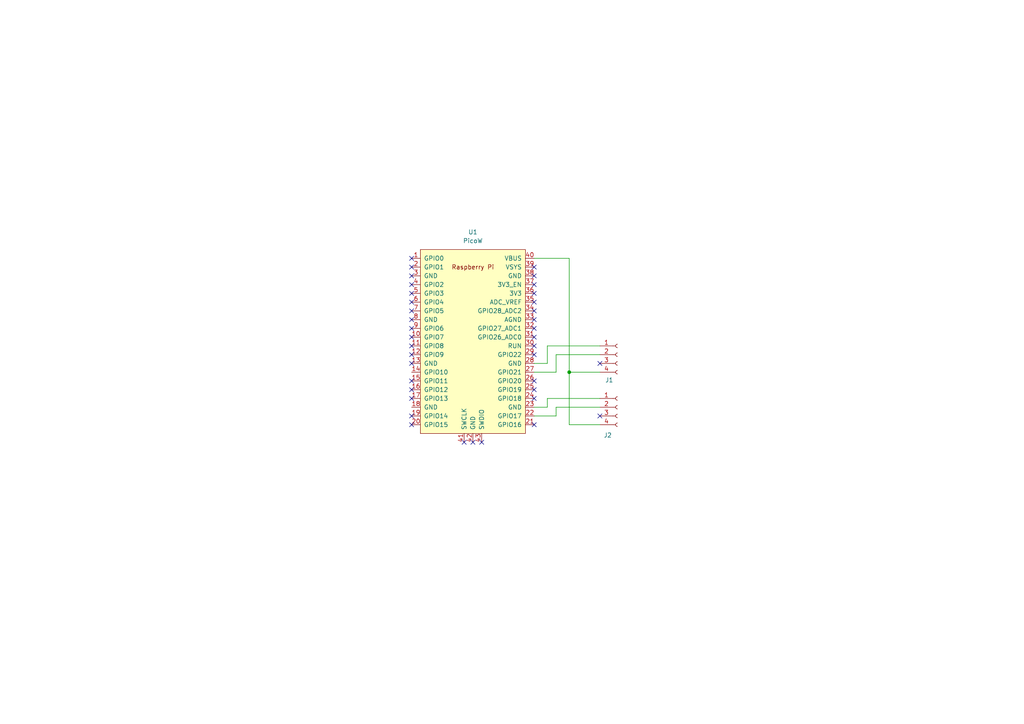
<source format=kicad_sch>
(kicad_sch (version 20231120) (generator "eeschema") (generator_version "8.0")
  (paper "A4")
  (lib_symbols
    (symbol "Connector:Conn_01x04_Socket" (pin_names (offset 1.016) hide)
      (property "Reference" "J" (at 0 5.08 0))
      (property "Value" "Conn_01x04_Socket" (at 0 -7.62 0))
      (symbol "Conn_01x04_Socket_1_1"
        (arc (start 0 -4.572) (mid -0.5058 -5.08) (end 0 -5.588) (stroke (width 0.1524)))
        (arc (start 0 -2.032) (mid -0.5058 -2.54) (end 0 -3.048) (stroke (width 0.1524)))
        (polyline (pts (xy -1.27 -5.08) (xy -0.508 -5.08)) (stroke (width 0.1524)))
        (polyline (pts (xy -1.27 -2.54) (xy -0.508 -2.54)) (stroke (width 0.1524)))
        (polyline (pts (xy -1.27 0) (xy -0.508 0)) (stroke (width 0.1524)))
        (polyline (pts (xy -1.27 2.54) (xy -0.508 2.54)) (stroke (width 0.1524)))
        (arc (start 0 0.508) (mid -0.5058 0) (end 0 -0.508) (stroke (width 0.1524)))
        (arc (start 0 3.048) (mid -0.5058 2.54) (end 0 2.032) (stroke (width 0.1524)))
        (pin passive line (at -5.08 2.54 0) (length 3.81) (name "Pin_1") (number "1"))
        (pin passive line (at -5.08 0 0) (length 3.81) (name "Pin_2") (number "2"))
        (pin passive line (at -5.08 -2.54 0) (length 3.81) (name "Pin_3") (number "3"))
        (pin passive line (at -5.08 -5.08 0) (length 3.81) (name "Pin_4") (number "4"))
      )
    )
    (symbol "RPi_Pico:PicoW" (pin_names (offset 1.016))
      (property "Reference" "U" (at -13.97 27.94 0))
      (property "Value" "PicoW" (at 0 19.05 0))
      (symbol "PicoW_0_0"
        (text "Raspberry Pi" (at 0 21.59 0) (effects (font (size 1.27 1.27))))
      )
      (symbol "PicoW_0_1"
        (rectangle (start -15.24 26.67) (end 15.24 -26.67) (fill (type background)))
      )
      (symbol "PicoW_1_1"
        (pin bidirectional line (at -17.78 24.13 0) (length 2.54) (name "GPIO0") (number "1"))
        (pin bidirectional line (at -17.78 1.27 0) (length 2.54) (name "GPIO7") (number "10"))
        (pin bidirectional line (at -17.78 -1.27 0) (length 2.54) (name "GPIO8") (number "11"))
        (pin bidirectional line (at -17.78 -3.81 0) (length 2.54) (name "GPIO9") (number "12"))
        (pin power_in line (at -17.78 -6.35 0) (length 2.54) (name "GND") (number "13"))
        (pin bidirectional line (at -17.78 -8.89 0) (length 2.54) (name "GPIO10") (number "14"))
        (pin bidirectional line (at -17.78 -11.43 0) (length 2.54) (name "GPIO11") (number "15"))
        (pin bidirectional line (at -17.78 -13.97 0) (length 2.54) (name "GPIO12") (number "16"))
        (pin bidirectional line (at -17.78 -16.51 0) (length 2.54) (name "GPIO13") (number "17"))
        (pin power_in line (at -17.78 -19.05 0) (length 2.54) (name "GND") (number "18"))
        (pin bidirectional line (at -17.78 -21.59 0) (length 2.54) (name "GPIO14") (number "19"))
        (pin bidirectional line (at -17.78 21.59 0) (length 2.54) (name "GPIO1") (number "2"))
        (pin bidirectional line (at -17.78 -24.13 0) (length 2.54) (name "GPIO15") (number "20"))
        (pin bidirectional line (at 17.78 -24.13 180) (length 2.54) (name "GPIO16") (number "21"))
        (pin bidirectional line (at 17.78 -21.59 180) (length 2.54) (name "GPIO17") (number "22"))
        (pin power_in line (at 17.78 -19.05 180) (length 2.54) (name "GND") (number "23"))
        (pin bidirectional line (at 17.78 -16.51 180) (length 2.54) (name "GPIO18") (number "24"))
        (pin bidirectional line (at 17.78 -13.97 180) (length 2.54) (name "GPIO19") (number "25"))
        (pin bidirectional line (at 17.78 -11.43 180) (length 2.54) (name "GPIO20") (number "26"))
        (pin bidirectional line (at 17.78 -8.89 180) (length 2.54) (name "GPIO21") (number "27"))
        (pin power_in line (at 17.78 -6.35 180) (length 2.54) (name "GND") (number "28"))
        (pin bidirectional line (at 17.78 -3.81 180) (length 2.54) (name "GPIO22") (number "29"))
        (pin power_in line (at -17.78 19.05 0) (length 2.54) (name "GND") (number "3"))
        (pin input line (at 17.78 -1.27 180) (length 2.54) (name "RUN") (number "30"))
        (pin bidirectional line (at 17.78 1.27 180) (length 2.54) (name "GPIO26_ADC0") (number "31"))
        (pin bidirectional line (at 17.78 3.81 180) (length 2.54) (name "GPIO27_ADC1") (number "32"))
        (pin power_in line (at 17.78 6.35 180) (length 2.54) (name "AGND") (number "33"))
        (pin bidirectional line (at 17.78 8.89 180) (length 2.54) (name "GPIO28_ADC2") (number "34"))
        (pin unspecified line (at 17.78 11.43 180) (length 2.54) (name "ADC_VREF") (number "35"))
        (pin unspecified line (at 17.78 13.97 180) (length 2.54) (name "3V3") (number "36"))
        (pin input line (at 17.78 16.51 180) (length 2.54) (name "3V3_EN") (number "37"))
        (pin bidirectional line (at 17.78 19.05 180) (length 2.54) (name "GND") (number "38"))
        (pin unspecified line (at 17.78 21.59 180) (length 2.54) (name "VSYS") (number "39"))
        (pin bidirectional line (at -17.78 16.51 0) (length 2.54) (name "GPIO2") (number "4"))
        (pin unspecified line (at 17.78 24.13 180) (length 2.54) (name "VBUS") (number "40"))
        (pin input line (at -2.54 -29.21 90) (length 2.54) (name "SWCLK") (number "41"))
        (pin power_in line (at 0 -29.21 90) (length 2.54) (name "GND") (number "42"))
        (pin bidirectional line (at 2.54 -29.21 90) (length 2.54) (name "SWDIO") (number "43"))
        (pin bidirectional line (at -17.78 13.97 0) (length 2.54) (name "GPIO3") (number "5"))
        (pin bidirectional line (at -17.78 11.43 0) (length 2.54) (name "GPIO4") (number "6"))
        (pin bidirectional line (at -17.78 8.89 0) (length 2.54) (name "GPIO5") (number "7"))
        (pin power_in line (at -17.78 6.35 0) (length 2.54) (name "GND") (number "8"))
        (pin bidirectional line (at -17.78 3.81 0) (length 2.54) (name "GPIO6") (number "9"))
      )
    )
  )
  (junction (at 165.1 107.95))
  (no_connect (at 119.38 85.09))
  (no_connect (at 119.38 115.57))
  (no_connect (at 119.38 102.87))
  (no_connect (at 119.38 97.79))
  (no_connect (at 154.94 100.33))
  (no_connect (at 154.94 115.57))
  (no_connect (at 119.38 77.47))
  (no_connect (at 119.38 92.71))
  (no_connect (at 154.94 95.25))
  (no_connect (at 154.94 110.49))
  (no_connect (at 119.38 80.01))
  (no_connect (at 119.38 100.33))
  (no_connect (at 154.94 90.17))
  (no_connect (at 119.38 74.93))
  (no_connect (at 119.38 123.19))
  (no_connect (at 139.7 128.27))
  (no_connect (at 119.38 82.55))
  (no_connect (at 119.38 120.65))
  (no_connect (at 134.62 128.27))
  (no_connect (at 154.94 97.79))
  (no_connect (at 119.38 110.49))
  (no_connect (at 119.38 95.25))
  (no_connect (at 137.16 128.27))
  (no_connect (at 154.94 82.55))
  (no_connect (at 173.99 120.65))
  (no_connect (at 154.94 87.63))
  (no_connect (at 154.94 85.09))
  (no_connect (at 154.94 80.01))
  (no_connect (at 154.94 113.03))
  (no_connect (at 119.38 105.41))
  (no_connect (at 119.38 113.03))
  (no_connect (at 154.94 92.71))
  (no_connect (at 154.94 77.47))
  (no_connect (at 119.38 87.63))
  (no_connect (at 173.99 105.41))
  (no_connect (at 119.38 90.17))
  (no_connect (at 154.94 123.19))
  (no_connect (at 154.94 102.87))
  (wire (pts (xy 165.1 107.95) (xy 165.1 74.93)))
  (wire (pts (xy 158.75 100.33) (xy 158.75 105.41)))
  (wire (pts (xy 165.1 107.95) (xy 173.99 107.95)))
  (wire (pts (xy 154.94 74.93) (xy 165.1 74.93)))
  (wire (pts (xy 158.75 100.33) (xy 173.99 100.33)))
  (wire (pts (xy 161.29 102.87) (xy 161.29 107.95)))
  (wire (pts (xy 154.94 120.65) (xy 161.29 120.65)))
  (wire (pts (xy 161.29 118.11) (xy 173.99 118.11)))
  (wire (pts (xy 158.75 118.11) (xy 158.75 115.57)))
  (wire (pts (xy 154.94 105.41) (xy 158.75 105.41)))
  (wire (pts (xy 154.94 107.95) (xy 161.29 107.95)))
  (wire (pts (xy 161.29 120.65) (xy 161.29 118.11)))
  (wire (pts (xy 161.29 102.87) (xy 173.99 102.87)))
  (wire (pts (xy 154.94 118.11) (xy 158.75 118.11)))
  (wire (pts (xy 165.1 123.19) (xy 165.1 107.95)))
  (wire (pts (xy 173.99 123.19) (xy 165.1 123.19)))
  (wire (pts (xy 158.75 115.57) (xy 173.99 115.57)))
  (symbol (lib_id "Connector:Conn_01x04_Socket") (at 179.07 102.87 0) (unit 1)
    (property "Reference" "J1" (at 175.514 110.236 0) (effects (justify left)))
    (property "Value" "Conn_01x04_Socket" (effects (hide yes)))
    (property "Footprint" "Connector_JST:JST_EH_S4B-EH_1x04_P2.50mm_Horizontal" (effects (hide yes)))
    (property "Description" "Generic connector, single row, 01x04, script generated" (effects (hide yes)))
  )
  (symbol (lib_id "Connector:Conn_01x04_Socket") (at 179.07 118.11 0) (unit 1)
    (property "Reference" "J2" (at 176.276 126.238 0))
    (property "Value" "Conn_01x04_Socket" (effects (hide yes)))
    (property "Footprint" "Connector_JST:JST_EH_S4B-EH_1x04_P2.50mm_Horizontal" (effects (hide yes)))
    (property "Description" "Generic connector, single row, 01x04, script generated" (effects (hide yes)))
  )
  (symbol (lib_id "RPi_Pico:PicoW") (at 137.16 99.06 0) (unit 1)
    (property "Reference" "U1" (at 137.16 67.31 0))
    (property "Value" "PicoW" (at 137.16 69.85 0))
    (property "Footprint" "RaspberryPI PicoW:RPi_PicoW_SMD_TH" (effects (hide yes)))
  )
)
</source>
